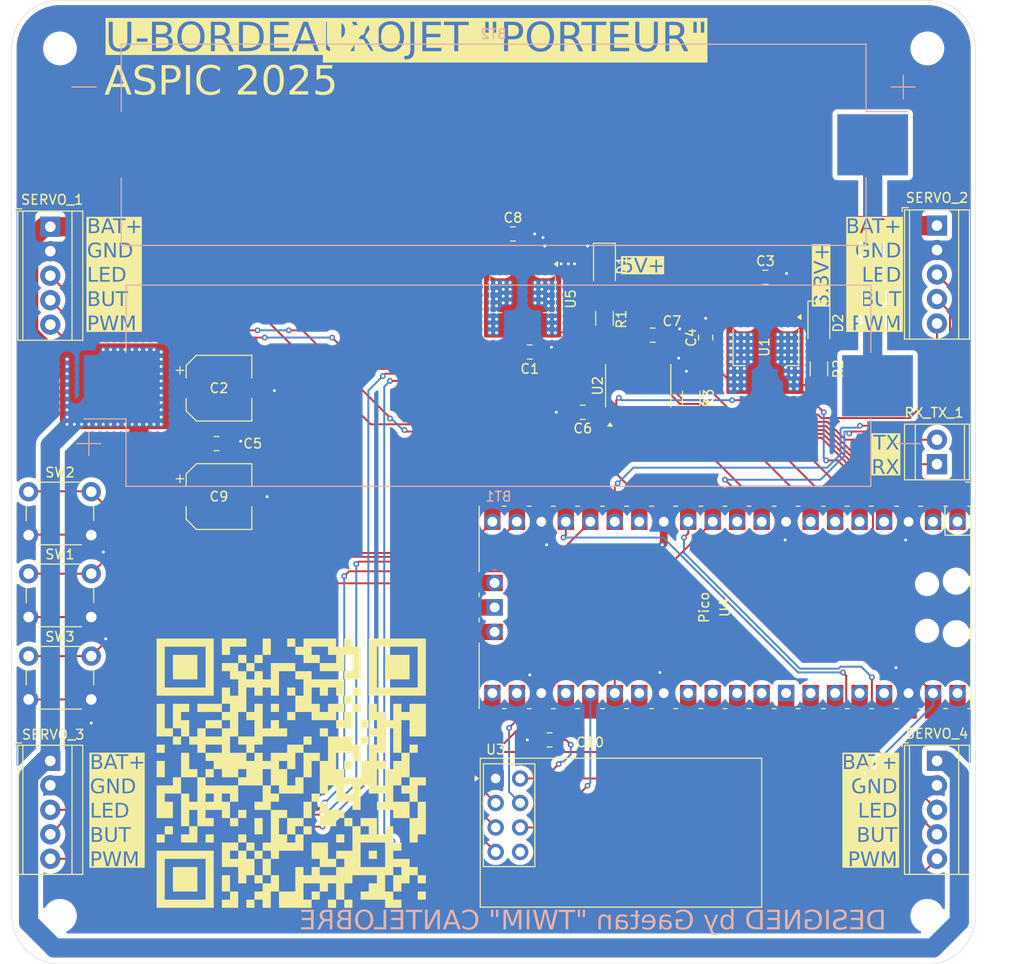
<source format=kicad_pcb>
(kicad_pcb (version 20240108) (generator "pcbnew") (generator_version "8.0")
  (layers (0 "F.Cu" signal) (31 "B.Cu" signal) (34 "B.Paste" user) (35 "F.Paste" user) (36 "B.SilkS" user "B.Silkscreen") (37 "F.SilkS" user "F.Silkscreen") (38 "B.Mask" user) (39 "F.Mask" user) (44 "Edge.Cuts" user))
  (net 0 "")
  (net 1 "3.3V+")
  (net 2 "BAT+")
  (net 3 "GND")
  (net 4 "TX")
  (net 5 "RX")
  (net 6 "PWM_1")
  (net 7 "LED_1")
  (net 8 "BUT_1")
  (net 9 "BUT_2")
  (net 10 "LED_2")
  (net 11 "PWM_2")
  (net 12 "PWM_3")
  (net 13 "BUT_3")
  (net 14 "LED_3")
  (net 15 "PWM_4")
  (net 16 "LED_4")
  (net 17 "BUT_4")
  (net 18 "TEST_1")
  (net 19 "TEST_2")
  (net 20 "TEST_3")
  (net 21 "CE")
  (net 22 "MISO")
  (net 23 "CSN")
  (net 24 "MOSI")
  (net 26 "SCK")
  (net 27 "RX_3.3")
  (net 28 "PWM_1_3v3")
  (net 29 "PWM_3_3v3")
  (net 30 "TX_3.3")
  (net 31 "PWM_4_3v3")
  (net 32 "PWM_2_3v3")
  (net 33 "5V+")
  (net 34 "Net-(BT1--)")
  (net 35 "Net-(D1-A)")
  (net 36 "Net-(D2-A)")
  (net 39 "Net-(U2-OE)")
  (footprint "MountingHole:MountingHole_3mm" (layer "F.Cu") (at 105 55)
    (property "Reference" "H1" (hide yes))
    (property "Value" "MountingHole")
  )
  (footprint "Package_TO_SOT_SMD:SOT-223-3_TabPin2" (layer "F.Cu") (at 153 80.5 -90)
    (property "Reference" "U5")
    (property "Value" "AMS1117")
  )
  (footprint "Capacitor_SMD:CP_Elec_6.3x5.4" (layer "F.Cu") (at 121.5 90.25)
    (property "Reference" "C2")
    (property "Value" "10uf")
  )
  (footprint "RF_Module:nRF24L01_Breakout" (layer "F.Cu") (at 150.21 130.75)
    (property "Reference" "U3")
    (property "Value" "NRF24L01_Breakout")
  )
  (footprint "TerminalBlock_TE-Connectivity:TerminalBlock_TE_282834-5_1x05_P2.54mm_Horizontal" (layer "F.Cu") (at 196 128.92 -90)
    (property "Reference" "SERVO_4")
    (property "Value" "Conn_01x05_Pin")
  )
  (footprint "TerminalBlock_TE-Connectivity:TerminalBlock_TE_282834-5_1x05_P2.54mm_Horizontal" (layer "F.Cu") (at 196 73.38 -90)
    (property "Reference" "SERVO_2")
    (property "Value" "Conn_01x05_Pin")
  )
  (footprint "Capacitor_SMD:C_0805_2012Metric" (layer "F.Cu") (at 166.5 84.75)
    (property "Reference" "C7")
    (property "Value" "1uf")
  )
  (footprint "LOGO" (layer "F.Cu") (at 129 130.2)
    (property "Reference" "G***" (hide yes))
    (property "Value" "LOGO" (hide yes))
  )
  (footprint "pi:RPi_Pico_SMD_TH" (layer "F.Cu") (at 174 113 -90)
    (property "Reference" "U4")
    (property "Value" "Pico")
  )
  (footprint "MountingHole:MountingHole_3mm" (layer "F.Cu") (at 195 145)
    (property "Reference" "H4" (hide yes))
    (property "Value" "MountingHole")
  )
  (footprint "Package_TO_SOT_SMD:SOT-223-3_TabPin2" (layer "F.Cu") (at 178.25 86 -90)
    (property "Reference" "U1")
    (property "Value" "AMS1117")
  )
  (footprint "Resistor_SMD:R_1206_3216Metric" (layer "F.Cu") (at 161.5 83 90)
    (property "Reference" "R1")
    (property "Value" "R")
  )
  (footprint "Resistor_SMD:R_1206_3216Metric" (layer "F.Cu") (at 183.75 88.25 90)
    (property "Reference" "R2")
    (property "Value" "R")
  )
  (footprint "Capacitor_SMD:C_0805_2012Metric" (layer "F.Cu") (at 152 74.25)
    (property "Reference" "C8")
    (property "Value" "1uf")
  )
  (footprint "Diode_SMD:D_1206_3216Metric" (layer "F.Cu") (at 161.5 77.5 -90)
    (property "Reference" "D1")
    (property "Value" "D")
  )
  (footprint "MountingHole:MountingHole_3mm" (layer "F.Cu") (at 105 145)
    (property "Reference" "H3" (hide yes))
    (property "Value" "MountingHole")
  )
  (footprint "Button_Switch_THT:SW_PUSH_6mm" (layer "F.Cu") (at 101.75 118.05)
    (property "Reference" "SW3")
    (property "Value" "SW_Push")
  )
  (footprint "TerminalBlock_TE-Connectivity:TerminalBlock_TE_282834-5_1x05_P2.54mm_Horizontal" (layer "F.Cu") (at 104 128.92 -90)
    (property "Reference" "SERVO_3")
    (property "Value" "Conn_01x05_Pin")
  )
  (footprint "TerminalBlock_TE-Connectivity:TerminalBlock_TE_282834-2_1x02_P2.54mm_Horizontal" (layer "F.Cu") (at 196 98.14 90)
    (property "Reference" "RX_TX_1")
    (property "Value" "Conn_01x02_Pin")
  )
  (footprint "Capacitor_SMD:C_0805_2012Metric" (layer "F.Cu") (at 159.25 92.75 180)
    (property "Reference" "C6")
    (property "Value" "1uf")
  )
  (footprint "TerminalBlock_TE-Connectivity:TerminalBlock_TE_282834-5_1x05_P2.54mm_Horizontal" (layer "F.Cu") (at 104 73.5 -90)
    (property "Reference" "SERVO_1")
    (property "Value" "Conn_01x05_Pin")
  )
  (footprint "Capacitor_SMD:C_0805_2012Metric" (layer "F.Cu") (at 121.25 96)
    (property "Reference" "C5")
    (property "Value" "1uf")
  )
  (footprint "Resistor_SMD:R_1206_3216Metric" (layer "F.Cu") (at 170.5 91.2875 -90)
    (property "Reference" "R3")
    (property "Value" "10k")
  )
  (footprint "Capacitor_SMD:C_0805_2012Metric" (layer "F.Cu") (at 178.2 78.75)
    (property "Reference" "C3")
    (property "Value" "1uf")
  )
  (footprint "Diode_SMD:D_1206_3216Metric" (layer "F.Cu") (at 183.75 83.5 -90)
    (property "Reference" "D2")
    (property "Value" "D")
  )
  (footprint "Button_Switch_THT:SW_PUSH_6mm" (layer "F.Cu") (at 101.75 109.5)
    (property "Reference" "SW1")
    (property "Value" "SW_Push")
  )
  (footprint "Button_Switch_THT:SW_PUSH_6mm" (layer "F.Cu") (at 101.75 101)
    (property "Reference" "SW2")
    (property "Value" "SW_Push")
  )
  (footprint "Capacitor_SMD:C_0805_2012Metric" (layer "F.Cu") (at 172 85 90)
    (property "Reference" "C4" (hide yes))
    (property "Value" "1uf")
  )
  (footprint "Package_SO:TSSOP-20_4.4x6.5mm_P0.65mm" (layer "F.Cu") (at 165 90 90)
    (property "Reference" "U2")
    (property "Value" "TXS0108EPW")
  )
  (footprint "Capacitor_SMD:CP_Elec_6.3x5.4" (layer "F.Cu") (at 121.5 101.5)
    (property "Reference" "C9")
    (property "Value" "10uf")
  )
  (footprint "MountingHole:MountingHole_3mm" (layer "F.Cu") (at 195 55)
    (property "Reference" "H2" (hide yes))
    (property "Value" "MountingHole")
  )
  (footprint "Capacitor_SMD:C_0805_2012Metric" (layer "F.Cu") (at 155.8 126.75)
    (property "Reference" "C10")
    (property "Value" "1uf")
  )
  (footprint "Capacitor_SMD:C_0805_2012Metric" (layer "F.Cu") (at 153.75 86.5)
    (property "Reference" "C1")
    (property "Value" "1uf")
  )
  (footprint "Battery:BatteryHolder_Keystone_1042_1x18650" (layer "B.Cu") (at 150 65 180)
    (property "Reference" "BT2")
    (property "Value" "Battery_Cell")
  )
  (footprint "Battery:BatteryHolder_Keystone_1042_1x18650" (layer "B.Cu") (at 150.5 90)
    (property "Reference" "BT1")
    (property "Value" "Battery_Cell")
  )
  (gr_arc (start 200 145) (mid 198.535534 148.535534) (end 195 150) (stroke (width 0.05)) (layer "Edge.Cuts"))
  (gr_line (start 100 145) (end 100 55) (stroke (width 0.05)) (layer "Edge.Cuts"))
  (gr_line (start 200 55) (end 200 145) (stroke (width 0.05)) (layer "Edge.Cuts"))
  (gr_arc (start 195 50) (mid 198.535534 51.464466) (end 200 55) (stroke (width 0.05)) (layer "Edge.Cuts"))
  (gr_arc (start 105 150) (mid 101.464466 148.535534) (end 100 145) (stroke (width 0.05)) (layer "Edge.Cuts"))
  (gr_arc (start 100 55) (mid 101.464466 51.464466) (end 105 50) (stroke (width 0.05)) (layer "Edge.Cuts"))
  (gr_line (start 105 50) (end 195 50) (stroke (width 0.05)) (layer "Edge.Cuts"))
  (gr_line (start 195 150) (end 105 150) (stroke (width 0.05)) (layer "Edge.Cuts"))
  (gr_text "DESIGNED by Gaetan {dblquote}TWIM{dblquote} CANTELOBRE" (at 190.75 146.75 0) (layer "B.SilkS") (effects (font (size 2 2) (thickness 0.1)) (justify left bottom mirror)))
  (gr_text "BAT+\nGND\nLED\nBUT\nPWM" (at 108.1 140.1 0) (layer "F.SilkS" knockout) (effects (font (size 1.5 1.5) (thickness 0.1)) (justify left bottom)))
  (gr_text "5V+\n" (at 167.75 78.5 0) (layer "F.SilkS" knockout) (effects (font (size 1.5 1.5) (thickness 0.1)) (justify right bottom)))
  (gr_text "PROJET {dblquote}PORTEUR{dblquote}" (at 132.2 55.8 0) (layer "F.SilkS" knockout) (effects (font (size 3 3) (thickness 0.1)) (justify left bottom)))
  (gr_text "TX\nRX" (at 192.1 99.4 0) (layer "F.SilkS" knockout) (effects (font (size 1.5 1.5) (thickness 0.1)) (justify right bottom)))
  (gr_text "3.3V+\n" (at 185 75.25 90) (layer "F.SilkS" knockout) (effects (font (size 1.5 1.5) (thickness 0.1)) (justify right bottom)))
  (gr_text "ASPIC 2025\n" (at 109.6 60.3 0) (layer "F.SilkS") (effects (font (size 3 3) (thickness 0.1)) (justify left bottom)))
  (gr_text "BAT+\nGND\nLED\nBUT\nPWM" (at 107.8 84.5 0) (layer "F.SilkS" knockout) (effects (font (size 1.5 1.5) (thickness 0.1)) (justify left bottom)))
  (gr_text "U-BORDEAUX\n" (at 109.7 55.8 0) (layer "F.SilkS" knockout) (effects (font (size 3 3) (thickness 0.1)) (justify left bottom)))
  (gr_text "BAT+\nGND\nLED\nBUT\nPWM" (at 192.3 84.5 0) (layer "F.SilkS" knockout) (effects (font (size 1.5 1.5) (thickness 0.1)) (justify right bottom)))
  (gr_text "C4" (at 170.5 85 90) (layer "F.SilkS") (effects (font (size 1 1))))
  (gr_text "BAT+\nGND\nLED\nBUT\nPWM" (at 191.9 140.1 0) (layer "F.SilkS" knockout) (effects (font (size 1.5 1.5) (thickness 0.1)) (justify right bottom)))
  (segment (start 184.25 92.75) (end 180.75 89.25) (width 0.2) (layer "F.Cu") (net 1))
  (segment (start 160.2 92.75) (end 161.45 91.5) (width 0.2) (layer "F.Cu") (net 1))
  (segment (start 192.75 119.05) (end 195.59 121.89) (width 0.2) (layer "F.Cu") (net 1))
  (segment (start 163 91.25) (end 162.725 91.525) (width 0.2) (layer "F.Cu") (net 1))
  (segment (start 162.125 91.5) (end 162.725 92.1) (width 0.2) (layer "F.Cu") (net 1))
  (segment (start 192.75 108.65) (end 192.75 119.05) (width 0.2) (layer "F.Cu") (net 1))
  (segment (start 156 130.75) (end 156 130) (width 0.2) (layer "F.Cu") (net 1))
  (segment (start 161.45 91.5) (end 162.125 91.5) (width 0.2) (layer "F.Cu") (net 1))
  (segment (start 152.75 130.75) (end 156 130.75) (width 0.2) (layer "F.Cu") (net 1))
  (segment (start 172 85.95) (end 172 87) (width 0.2) (layer "F.Cu") (net 1))
  (segment (start 178.145406 89.25) (end 175.895406 91.5) (width 0.2) (layer "F.Cu") (net 1))
  (segment (start 172 87) (end 174.25 89.25) (width 0.2) (layer "F.Cu") (net 1))
  (segment (start 184.5 97.75) (end 185.71 97.75) (width 0.2) (layer "F.Cu") (net 1))
  (segment (start 174.25 89.25) (end 178.145406 89.25) (width 0.2) (layer "F.Cu") (net 1))
  (segment (start 180.75 89.25) (end 178.145406 89.25) (width 0.2) (layer "F.Cu") (net 1))
  (segment (start 178.820406 89.925) (end 178.145406 89.25) (width 0.2) (layer "F.Cu") (net 1))
  (segment (start 156 130) (end 156.75 129.25) (width 0.2) (layer "F.Cu") (net 1))
  (segment (start 156 130.75) (end 188 130.75) (width 0.2) (layer "F.Cu") (net 1))
  (segment (start 162.725 92.1) (end 162.725 92.8625) (width 0.2) (layer "F.Cu") (net 1))
  (segment (start 178.145406 82.95) (end 177.8 82.95) (width 0.2) (layer "F.Cu") (net 1))
  (segment (start 188 130.75) (end 188.5 130.25) (width 0.2) (layer "F.Cu") (net 1))
  (segment (start 175.895406 91.5) (end 174.75 91.5) (width 0.2) (layer "F.Cu") (net 1))
  (segment (start 189.36 105.26) (end 192.75 108.65) (width 0.2) (layer "F.Cu") (net 1))
  (segment (start 183.75 89.925) (end 178.820406 89.925) (width 0.2) (layer "F.Cu") (net 1))
  (segment (start 185.71 97.75) (end 189.36 101.4) (width 0.2) (layer "F.Cu") (net 1))
  (segment (start 157.5 126.75) (end 156.75 126.75) (width 0.2) (layer "F.Cu") (net 1))
  (segment (start 162.725 91.525) (end 162.725 92.8625) (width 0.2) (layer "F.Cu") (net 1))
  (segment (start 158 127.25) (end 157.5 126.75) (width 0.2) (layer "F.Cu") (net 1))
  (segment (start 189.36 101.4) (end 189.36 105.26) (width 0.2) (layer "F.Cu") (net 1))
  (segment (start 177.620406 89.775) (end 178.145406 89.25) (width 0.8) (layer "F.Cu") (net 1))
  (via (at 181.6 87.5) (size 0.6) (drill 0.3) (layers "F.Cu" "B.Cu") (net 1))
  (via (at 188.5 130.25) (size 0.6) (drill 0.3) (layers "F.Cu" "B.Cu") (net 1))
  (via (at 176 86.1) (size 0.6) (drill 0.3) (layers "F.Cu" "B.Cu") (net 1))
  (via (at 176.7 86.1) (size 0.6) (drill 0.3) (layers "F.Cu" "B.Cu") (net 1))
  (via (at 179.5 84.7) (size 0.6) (drill 0.3) (layers "F.Cu" "B.Cu") (net 1))
  (via (at 180.3 88.8) (size 0.6) (drill 0.3) (layers "F.Cu" "B.Cu") (net 1))
  (via (at 180.9 86.8) (size 0.6) (drill 0.3) (layers "F.Cu" "B.Cu") (net 1))
  (via (at 175.3 86.8) (size 0.6) (drill 0.3) (layers "F.Cu" "B.Cu") (net 1))
  (via (at 179.5 85.4) (size 0.6) (drill 0.3) (layers "F.Cu" "B.Cu") (net 1))
  (via (at 180.2 84.7) (size 0.6) (drill 0.3) (layers "F.Cu" "B.Cu") (net 1))
  (via (at 180.2 86.1) (size 0.6) (drill 0.3) (layers "F.Cu" "B.Cu") (net 1))
  (via (at 174.6 88.2) (size 0.6) (drill 0.3) (layers "F.Cu" "B.Cu") (net 1))
  (via (at 180.9 87.5) (size 0.6) (drill 0.3) (layers "F.Cu" "B.Cu") (net 1))
  (via (at 156.75 129.25) (size 0.6) (drill 0.3) (layers "F.Cu" "B.Cu") (net 1))
  (via (at 181.6 84.7) (size 0.6) (drill 0.3) (layers "F.Cu" "B.Cu") (net 1))
  (via (at 174.6 89.6) (size 0.6) (drill 0.3) (layers "F.Cu" "B.Cu") (net 1))
  (via (at 180.9 88.2) (size 0.6) (drill 0.3) (layers "F.Cu" "B.Cu") (net 1))
  (via (at 175.3 89.6) (size 0.6) (drill 0.3) (layers "F.Cu" "B.Cu") (net 1))
  (via (at 176.7 87.5) (size 0.6) (drill 0.3) (layers "F.Cu" "B.Cu") (net 1))
  (via (at 181.5 90.3) (size 0.6) (drill 0.3) (layers "F.Cu" "B.Cu") (net 1))
  (via (at 180.9 85.4) (size 0.6) (drill 0.3) (layers "F.Cu" "B.Cu") (net 1))
  (via (at 181.6 88.9) (size 0.6) (drill 0.3) (layers "F.Cu" "B.Cu") (net 1))
  (via (at 175.3 90.3) (size 0.6) (drill 0.3) (layers "F.Cu" "B.Cu") (net 1))
  (via (at 181.6 86.1) (size 0.6) (drill 0.3) (layers "F.Cu" "B.Cu") (net 1))
  (via (at 181.5 89.6) (size 0.6) (drill 0.3) (layers "F.Cu" "B.Cu") (net 1))
  (via (at 176 87.5) (size 0.6) (drill 0.3) (layers "F.Cu" "B.Cu") (net 1))
  (via (at 174.6 90.3) (size 0.6) (drill 0.3) (layers "F.Cu" "B.Cu") (net 1))
  (via (at 174.75 91.5) (size 0.6) (drill 0.3) (layers "F.Cu" "B.Cu") (net 1))
  (via (at 184.5 97.75) (size 0.6) (drill 0.3) (layers "F.Cu" "B.Cu") (net 1))
  (via (at 180.9 84.7) (size 0.6) (drill 0.3) (layers "F.Cu" "B.Cu") (net 1))
  (via (at 176 85.4) (size 0.6) (drill 0.3) (layers "F.Cu" "B.Cu") (net 1))
  (via (at 176 88.9) (size 0.6) (drill 0.3) (layers "F.Cu" "B.Cu") (net 1))
  (via (at 176.7 85.4) (size 0.6) (drill 0.3) (layers "F.Cu" "B.Cu") (net 1))
  (via (at 176 90.3) (size 0.6) (drill 0.3) (layers "F.Cu" "B.Cu") (net 1))
  (via (at 174.6 88.9) (size 0.6) (drill 0.3) (layers "F.Cu" "B.Cu") (net 1))
  (via (at 180.2 87.5) (size 0.6) (drill 0.3) (layers "F.Cu" "B.Cu") (net 1))
  (via (at 174.6 87.5) (size 0.6) (drill 0.3) (layers "F.Cu" "B.Cu") (net 1))
  (via (at 181.6 88.2) (size 0.6) (drill 0.3) (layers "F.Cu" "B.Cu") (net 1))
  (via (at 180.3 88.1) (size 0.6) (drill 0.3) (layers "F.Cu" "B.Cu") (net 1))
  (via (at 184.25 92.75) (size 0.6) (drill 0.3) (layers "F.Cu" "B.Cu") (net 1))
  (via (at 176.7 84.7) (size 0.6) (drill 0.3) (layers "F.Cu" "B.Cu") (net 1))
  (via (at 181.6 86.8) (size 0.6) (drill 0.3) (layers "F.Cu" "B.Cu") (net 1))
  (via (at 180.8 90.3) (size 0.6) (drill 0.3) (layers "F.Cu" "B.Cu") (net 1))
  (via (at 175.3 84.7) (size 0.6) (drill 0.3) (layers "F.Cu" "B.Cu") (net 1))
  (via (at 180.8 89.6) (size 0.6) (drill 0.3) (layers "F.Cu" "B.Cu") (net 1))
  (via (at 179.5 86.8) (size 0.6) (drill 0.3) (layers "F.Cu" "B.Cu") (net 1))
  (via (at 175.3 87.5) (size 0.6) (drill 0.3) (layers "F.Cu" "B.Cu") (net 1))
  (via (at 175.3 88.9) (size 0.6) (drill 0.3) (layers "F.Cu" "B.Cu") (net 1))
  (via (at 179.5 86.1) (size 0.6) (drill 0.3) (layers "F.Cu" "B.Cu") (net 1))
  (via (at 176.7 86.8) (size 0.6) (drill 0.3) (layers "F.Cu" "B.Cu") (net 1))
  (via (at 174.6 86.8) (size 0.6) (drill 0.3) (layers "F.Cu" "B.Cu") (net 1))
  (via (at 180.9 86.1) (size 0.6) (drill 0.3) (layers "F.Cu" "B.Cu") (net 1))
  (via (at 158 127.25) (size 0.6) (drill 0.3) (layers "F.Cu" "B.Cu") (net 1))
  (via (at 180.2 85.4) (size 0.6) (drill 0.3) (layers "F.Cu" "B.Cu") (net 1))
  (via (at 176 89.6) (size 0.6) (drill 0.3) (layers "F.Cu" "B.Cu") (net 1))
  (via (at 181.6 85.4) (size 0.6) (drill 0.3) (layers "F.Cu" "B.Cu") (net 1))
  (via (at 176 88.2) (size 0.6) (drill 0.3) (layers "F.Cu" "B.Cu") (net 1))
  (via (at 163 91.25) (size 0.6) (drill 0.3) (layers "F.Cu" "B.Cu") (net 1))
  (via (at 180.2 86.8) (size 0.6) (drill 0.3) (layers "F.Cu" "B.Cu") (net 1))
  (via (at 176 84.7) (size 0.6) (drill 0.3) (layers "F.Cu" "B.Cu") (net 1))
  (via (at 174.6 84.7) (size 0.6) (drill 0.3) (layers "F.Cu" "B.Cu") (net 1))
  (via (at 175.3 86.1) (size 0.6) (drill 0.3) (layers "F.Cu" "B.Cu") (net 1))
  (via (at 175.3 88.2) (size 0.6) (drill 0.3) (layers "F.Cu" "B.Cu") (net 1))
  (via (at 174.6 86.1) (size 0.6) (drill 0.3) (layers "F.Cu" "B.Cu") (net 1))
  (via (at 175.3 85.4) (size 0.6) (drill 0.3) (layers "F.Cu" "B.Cu") (net 1))
  (via (at 174.6 85.4) (size 0.6) (drill 0.3) (layers "F.Cu" "B.Cu") (net 1))
  (via (at 179.5 87.5) (size 0.6) (drill 0.3) (layers "F.Cu" "B.Cu") (net 1))
  (via (at 180.9 88.9) (size 0.6) (drill 0.3) (layers "F.Cu" "B.Cu") (net 1))
  (via (at 176 86.8) (size 0.6) (drill 0.3) (layers "F.Cu" "B.Cu") (net 1))
  (segment (start 184.25 97.5) (end 184.5 97.75) (width 0.2) (layer "B.Cu") (net 1))
  (segment (start 174.75 91.5) (end 163.25 91.5) (width 0.2) (layer "B.Cu") (net 1))
  (segment (start 195.59 123.16) (end 195.59 121.89) (width 0.2) (layer "B.Cu") (net 1))
  (segment (start 158 128.25) (end 157.25 129) (width 0.2) (layer "B.Cu") (net 1))
  (segment (start 157.25 129) (end 157 129) (width 0.2) (layer "B.Cu") (net 1))
  (segment (start 158 127.25) (end 158 128.25) (width 0.2) (layer "B.Cu") (net 1))
  (segment (start 184.25 92.75) (end 184.25 97.5) (width 0.2) (layer "B.Cu") (net 1))
  (segment (start 157 129) (end 156.75 129.25) (width 0.2) (layer "B.Cu") (net 1))
  (segment (start 163.25 91.5) (end 163 91.25) (width 0.2) (layer "B.Cu") (net 1))
  (segment (start 188.5 130.25) (end 195.59 123.16) (width 0.2) (layer "B.Cu") (net 1))
  (segment (start 101.75 75.108019) (end 101.75 84.591981) (width 2) (layer "F.Cu") (net 2))
  (segment (start 175.95 80.304594) (end 175.95 82.85) (width 2) (layer "F.Cu") (net 2))
  (segment (start 115.5 92.25) (end 115.5 90.25) (width 0.8) (layer "F.Cu") (net 2))
  (segment (start 119.25 96) (end 115.5 92.25) (width 0.8) (layer "F.Cu") (net 2))
  (segment (start 118.7 101.5) (end 113.2 96) (width 2) (layer "F.Cu") (net 2))
  (segment (start 104 73.5) (end 103.358019 73.5) (width 2) (layer "F.Cu") (net 2))
  (segment (start 120.3 96) (end 119.25 96) (width 0.8) (layer "F.Cu") (net 2))
  (segment (start 182.5 73.38) (end 181.12 72) (width 2) (layer "F.Cu") (net 2))
  (segment (start 177.25 72) (end 152 72) (width 2) (layer "F.Cu") (net 2))
  (segment (start 152 72) (end 150.7 73.3) (width 2) (layer "F.Cu") (net 2))
  (segment (start 175.845406 80.2) (end 175.95 80.304594) (width 2) (layer "F.Cu") (net 2))
  (segment (start 181.12 72) (end 177.25 72) (width 2) (layer "F.Cu") (net 2))
  (segment (start 105.908019 88.75) (end 109 88.75) (width 2) (layer "F.Cu") (net 2))
  (segment (start 177.25 72) (end 177.25 78.75) (width 2) (layer "F.Cu") (net 2))
  (segment (start 118.7 90.25) (end 115.5 90.25) (width 2) (layer "F.Cu") (net 2))
  (segment (start 113.2 96) (end 113.2 92.1) (width 2) (layer "F.Cu") (net 2))
  (segment (start 101.75 84.591981) (end 105.908019 88.75) (width 2) (layer "F.Cu") (net 2))
  (segment (start 177.195406 78.85) (end 175.845406 80.2) (width 2) (layer "F.Cu") (net 2))
  (segment (start 150.7 73.3) (end 150.7 77.35) (width 2) (layer "F.Cu") (net 2))
  (segment (start 150.7 77.35) (end 146.85 73.5) (width 2) (layer "F.Cu") (net 2))
  (segment (start 175.845406 82.745406) (end 175.95 82.85) (width 0.8) (layer "F.Cu") (net 2))
  (segment (start 103.358019 73.5) (end 101.75 75.108019) (width 2) (layer "F.Cu") (net 2))
  (segment (start 146.85 73.5) (end 104 73.5) (width 2) (layer "F.Cu") (net 2))
  (segment (start 182.5 73.38) (end 196 73.38) (width 2) (layer "F.Cu") (net 2))
  (via (at 109.5 86.25) (size 0.6) (drill 0.3) (layers "F.Cu" "B.Cu") (net 2))
  (via (at 114.75 86.25) (size 0.6) (drill 0.3) (layers "F.Cu" "B.Cu") (net 2))
  (via (at 108 94) (size 0.6) (drill 0.3) (layers "F.Cu" "B.Cu") (net 2))
  (via (at 105.75 88) (size 0.6) (drill 0.3) (layers "F.Cu" "B.Cu") (net 2))
  (via (at 107.25 94) (size 0.6) (drill 0.3) (layers "F.Cu" "B.Cu") (net 2))
  (via (at 105.75 87.25) (size 0.6) (drill 0.3) (layers "F.Cu" "B.Cu") (net 2))
  (via (at 111 86.25) (size 0.6) (drill 0.3) (layers "F.Cu" "B.Cu") (net 2))
  (via (at 110.25 86.25) (size 0.6) (drill 0.3) (layers "F.Cu" "B.Cu") (net 2))
  (via (at 105.75 89.5) (size 0.6) (drill 0.3) (layers "F.Cu" "B.Cu") (net 2))
  (via (at 111 94) (size 0.6) (drill 0.3) (layers "F.Cu" "B.Cu") (net 2))
  (via (at 105.75 94) (size 0.6) (drill 0.3) (layers "F.Cu" "B.Cu") (net 2))
  (via (at 105.75 91) (size 0.6) (drill 0.3) (layers "F.Cu" "B.Cu") (net 2))
  (via (at 105.75 88.75) (size 0.6) (drill 0.3) (layers "F.Cu" "B.Cu") (net 2))
  (via (at 115.5 88.75) (size 0.6) (drill 0.3) (layers "F.Cu" "B.Cu") (net 2))
  (via (at 114.75 94) (size 0.6) (drill 0.3) (layers "F.Cu" "B.Cu") (net 2))
  (via (at 112.5 94) (size 0.6) (drill 0.3) (layers "F.Cu" "B.Cu") (net 2))
  (via (at 114 94) (size 0.6) (drill 0.3) (layers "F.Cu" "B.Cu") (net 2))
  (via (at 115.5 94) (size 0.6) (drill 0.3) (layers "F.Cu" "B.Cu") (net 2))
  (via (at 115.5 87.25) (size 0.6) (drill 0.3) (layers "F.Cu" "B.Cu") (net 2))
  (via (at 112.5 86.25) (size 0.6) (drill 0.3) (layers "F.Cu" "B.Cu") (net 2))
  (via (at 105.75 90.25) (size 0.6) (drill 0.3) (layers "F.Cu" "B.Cu") (net 2))
  (via (at 115.5 92.5) (size 0.6) (drill 0.3) (layers "F.Cu" "B.Cu") (net 2))
  (via (at 115.5 91.75) (size 0.6) (drill 0.3) (layers "F.Cu" "B.Cu") (net 2))
  (via (at 115.5 88) (size 0.6) (drill 0.3) (layers "F.Cu" "B.Cu") (net 2))
  (via (at 106.5 94) (size 0.6) (drill 0.3) (layers "F.Cu" "B.Cu") (net 2))
  (via (at 111.75 86.25) (size 0.6) (drill 0.3) (layers "F.Cu" "B.Cu") (net 2))
  (via (at 108.75 94) (size 0.6) (drill 0.3) (layers "F.Cu" "B.Cu") (net 2))
  (via (at 114 86.25) (size 0.6) (drill 0.3) (layers "F.Cu" "B.Cu") (net 2))
  (via (at 109.5 94) (size 0.6) (drill 0.3) (layers "F.Cu" "B.Cu") (net 2))
  (via (at 115.5 93.25) (size 0.6) (drill 0.3) (layers "F.Cu" "B.Cu") (net 2))
  (via (at 115.5 91) (size 0.6) (drill 0.3) (layers "F.Cu" "B.Cu") (net 2))
  (via (at 105.75 91.75) (size 0.6) (drill 0.3) (layers "F.Cu" "B.Cu") (net 2))
  (via (at 113.25 94) (size 0.6) (drill 0.3) (layers "F.Cu" "B.Cu") (net 2))
  (via (at 115.5 90.25) (size 0.6) (drill 0.3) (layers "F.Cu" "B.Cu") (net 2))
  (via (at 105.75 92.5) (size 0.6) (drill 0.3) (layers "F.Cu" "B.Cu") (net 2))
  (via (at 110.25 94) (size 0.6) (drill 0.3) (layers "F.Cu" "B.Cu") (net 2))
  (via (at 115.5 86.5) (size 0.6) (drill 0.3) (layers "F.Cu" "B.Cu") (net 2))
  (via (at 111.75 94) (size 0.6) (drill 0.3) (layers "F.Cu" "B.Cu") (net 2))
  (via (at 105.75 93.25) (size 0.6) (drill 0.3) (layers "F.Cu" "B.Cu") (net 2))
  (via (at 113.25 86.25) (size 0.6) (drill 0.3) (layers "F.Cu" "B.Cu") (net 2))
  (via (at 115.5 89.5) (size 0.6) (drill 0.3) (layers "F.Cu" "B.Cu") (net 2))
  (segment (start 110.67 90) (end 110.67 89.75) (width 2) (layer "B.Cu") (net 2))
  (segment (start 198.318914 145.603438) (end 195.588206 148.334146) (width 2) (layer "B.Cu") (net 2))
  (segment (start 104 96.175) (end 104 128.92) (width 2) (layer "B.Cu") (net 2))
  (segment (start 101.75 130.528019) (end 103.358019 128.92) (width 2) (layer "B.Cu") (net 2))
  (segment (start 110.67 90) (end 110.175 90) (width 2) (layer "B.Cu") (net 2))
  (segment (start 110.175 90) (end 104 96.175) (width 2) (layer "B.Cu") (net 2))
  (segment (start 104.411794 148.334146) (end 101.75 145.672352) (width 2) (layer "B.Cu") (net 2))
  (segment (start 196.92 128.92) (end 198.318914 130.318914) (width 2) (layer "B.Cu") (net 2))
  (segment (start 196 128.92) (end 196.92 128.92) (width 2) (layer "B.Cu") (net 2))
  (segment (start 195.588206 148.334146) (end 104.411794 148.334146) (width 2) (layer "B.Cu") (net 2))
  (segment (start 198.318914 130.318914) (end 198.318914 145.603438) (width 2) (layer "B.Cu") (net 2))
  (segment (start 103.358019 128.92) (end 104 128.92) (width 2) (layer "B.Cu") (net 2))
  (segment (start 110.67 90) (end 110.34 90) (width 2) (layer "B.Cu") (net 2))
  (segment (start 101.75 145.672352) (end 101.75 130.528019) (width 2) (layer "B.Cu") (net 2))
  (segment (start 154.25 74.25) (end 154.75 74.25) (width 0.8) (layer "F.Cu") (net 3))
  (segment (start 155.3 74.8) (end 155.3 75.5) (width 0.8) (layer "F.Cu") (net 3))
  (segment (start 154.95 104.11) (end 154.95 105.95) (width 0.8) (layer "F.Cu") (net 3))
  (segment (start 170.5 89.825) (end 170.5 89) (width 0.2) (layer "F.Cu") (net 3))
  (segment (start 154.95 105.95) (end 155.5 106.5) (width 0.8) (layer "F.Cu") (net 3))
  (segment (start 155.125 74.625) (end 155.3 74.8) (width 0.8) (layer "F.Cu") (net 3))
  (segment (start 167.65 106.35) (end 167.5 106.5) (width 0.8) (layer "F.Cu") (net 3))
  (segment (start 169.2 87.1375) (end 167.925 87.1375) (width 0.2) (layer "F.Cu") (net 3))
  (segment (start 157 77.35) (end 157.75 77.35) (width 0.8) (layer "F.Cu") (net 3))
  (segment (start 154.7 86.5) (end 155.5 86.5) (width 0.2) (layer "F.Cu") (net 3))
  (segment (start 179.895406 78.85) (end 180.395406 78.35) (width 0.8) (layer "F.Cu") (net 3))
  (segment (start 109.75 115.75) (end 109.75 116.25) (width 0.2) (layer "F.Cu") (net 3))
  (segment (start 180.35 104.11) (end 180.35 105.9) (width 0.8) (layer "F.Cu") (net 3))
  (segment (start 123.5 96) (end 123.75 95.75) (width 0.8) (layer "F.Cu") (net 3))
  (segment (start 108 105.45) (end 101.5 105.45) (width 0.2) (layer "F.Cu") (net 3))
  (segment (start 108 114) (end 109.75 115.75) (width 0.2) (layer "F.Cu") (net 3))
  (segment (start 158.3 92.75) (end 156.5 92.75) (width 0.8) (layer "F.Cu") (net 3))
  (segment (start 155.3 77.35) (end 157 77.35) (width 0.8) (layer "F.Cu") (net 3))
  (segment (start 161.5 76.1) (end 160.35 76.1) (width 0.2) (layer "F.Cu") (net 3))
  (segment (start 153.2 74) (end 152.95 74.25) (width 0.8) (layer "F.Cu") (net 3))
  (segment (start 155.3 75.5) (end 155.3 77.35) (width 0.8) (layer "F.Cu") (net 3))
  (segment (start 180.445406 80.2) (end 180.445406 82.95) (width 0.8) (layer "F.Cu") (net 3))
  (segment (start 168.65 84.75) (end 169.3 84.1) (width 0.8) (layer "F.Cu") (net 3))
  (segment (start 124.3 90.25) (end 127 90.25) (width 0.8) (layer "F.Cu") (net 3))
  (segment (start 154.95 121.89) (end 154.95 121.2) (width 0.8) (layer "F.Cu") (net 3))
  (segment (start 108 124.75) (end 108.25 125) (width 0.2) (layer "F.Cu") (net 3))
  (segment (start 108 122.55) (end 108 124.75) (width 0.2) (layer "F.Cu") (net 3))
  (segment (start 183.75 82.0625) (end 183.75 80.75) (width 0.8) (layer "F.Cu") (net 3))
  (segment (start 124.3 101.5) (end 126.5 101.5) (width 2) (layer "F.Cu") (net 3))
  (segment (start 152.95 74.25) (end 154.25 74.25) (width 0.8) (layer "F.Cu") (net 3))
  (segment (start 160.35 76.1) (end 159.75 75.5) (width 0.2) (layer "F.Cu") (net 3))
  (segment (start 193.05 120.55) (end 191.75 119.25) (width 0.8) (layer "F.Cu") (net 3))
  (segment (start 167.45 84.75) (end 168.65 84.75) (width 0.8) (layer "F.Cu") (net 3))
  (segment (start 193.05 105.7) (end 192.75 106) (width 0.8) (layer "F.Cu") (net 3))
  (segment (start 157.75 77.35) (end 158.4 77.35) (width 0.8) (layer "F.Cu") (net 3))
  (segment (start 150.21 130.75) (end 150.21 130.04) (width 0.2) (layer "F.Cu") (net 3))
  (segment (start 122.2 96) (end 123.5 96) (width 0.8) (layer "F.Cu") (net 3))
  (segment (start 172 84.05) (end 172 83) (width 0.2) (layer "F.Cu") (net 3))
  (segment (start 108 105.45) (end 109.5 106.95) (width 0.2) (layer "F.Cu") (net 3))
  (segment (start 193.05 121.89) (end 193.05 120.55) (width 0.8) (layer "F.Cu") (net 3))
  (segment (start 127 90.25) (end 127.25 90.5) (width 0.8) (layer "F.Cu") (net 3))
  (segment (start 154.85 126.75) (end 153.5 126.75) (width 0.2) (layer "F.Cu") (net 3))
  (segment (start 167.65 121.89) (end 167.65 120.15) (width 0.8) (layer "F.Cu") (net 3))
  (segment (start 108 114) (end 101.5 114) (width 0.2) (layer "F.Cu") (net 3))
  (segment (start 158.5 77.25) (end 158.4 77.35) (width 0.8) (layer "F.Cu") (net 3))
  (segment (start 179.095406 78.85) (end 179.895406 78.85) (width 0.8) (layer "F.Cu") (net 3))
  (segment (start 154.75 74.25) (end 155.125 74.625) (width 0.8) (layer "F.Cu") (net 3))
  (segment (start 170.5 89) (end 170 88.5) (width 0.2) (layer "F.Cu") (net 3))
  (segment (start 179.095406 78.85) (end 180.445406 80.2) (width 0.8) (layer "F.Cu") (net 3))
  (segment (start 109.5 106.95) (end 109.5 107.25) (width 0.2) (layer "F.Cu") (net 3))
  (segment (start 155.5 86.5) (end 156 86) (width 0.2) (layer "F.Cu") (net 3))
  (segment (start 167.65 104.11) (end 167.65 106.35) (width 0.8) (layer "F.Cu") (net 3))
  (segment (start 154.95 121.2) (end 153.75 120) (width 0.8) (layer "F.Cu") (net 3))
  (segment (start 193.05 104.11) (end 193.05 105.7) (width 0.8) (layer "F.Cu") (net 3))
  (segment (start 180.35 105.9) (end 180.25 106) (width 0.8) (layer "F.Cu") (net 3))
  (segment (start 108 122.55) (end 101.5 122.55) (width 0.2) (layer "F.Cu") (net 3))
  (segment (start 167.65 120.15) (end 167.25 119.75) (width 0.8) (layer "F.Cu") (net 3))
  (via (at 155.5 106.5) (size 0.6) (drill 0.3) (layers "F.Cu" "B.Cu") (net 3))
  (via (at 123.75 95.75) (size 0.6) (drill 0.3) (layers "F.Cu" "B.Cu") (net 3))
  (via (at 109.75 116.25) (size 0.6) (drill 0.3) (layers "F.Cu" "B.Cu") (net 3))
  (via (at 191.75 119.25) (size 0.6) (drill 0.3) (layers "F.Cu" "B.Cu") (net 3))
  (via (at 157.75 77.35) (size 0.6) (drill 0.3) (layers "F.Cu" "B.Cu") (net 3))
  (via (at 157 77.35) (size 0.6) (drill 0.3) (layers "F.Cu" "B.Cu") (net 3))
  (via (at 180.25 106) (size 0.6) (drill 0.3) (layers "F.Cu" "B.Cu") (net 3))
  (via (at 158.4 77.35) (size 0.6) (drill 0.3) (layers "F.Cu" "B.Cu") (net 3))
  (via (at 172 83) (size 0.6) (drill 0.3) (layers "F.Cu" "B.Cu") (net 3))
  (via (at 155.3 75.5) (size 0.6) (drill 0.3) (layers "F.Cu" "B.Cu") (net 3))
  (via (at 167.5 106.5) (size 0.6) (drill 0.3) (layers "F.Cu" "B.Cu") (net 3))
  (via (at 155.125 74.625) (size 0.6) (drill 0.3) (layers "F.Cu" "B.Cu") (net 3))
  (via (at 156.5 92.75) (size 0.6) (drill 0.3) (layers "F.Cu" "B.Cu") (net 3))
  (via (at 154.25 74.25) (size 0.6) (drill 0.3) (layers "F.Cu" "B.Cu") (net 3))
  (via (at 126.5 101.5) (size 0.6) (drill 0.3) (layers "F.Cu" "B.Cu") (net 3))
  (via (at 167.25 119.75) (size 0.6) (drill 0.3) (layers "F.Cu" "B.Cu") (net 3))
  (via (at 153.5 126.75) (size 0.6) (drill 0.3) (layers "F.Cu" "B.Cu") (net 3))
  (via (at 159.75 75.5) (size 0.6) (drill 0.3) (layers "F.Cu" "B.Cu") (net 3))
  (via (at 192.75 106) (size 0.6) (drill 0.3) (layers "F.Cu" "B.Cu") (net 3))
  (via (at 127.25 90.5) (size 0.6) (drill 0.3) (layers "F.Cu" "B.Cu") (net 3))
  (via (at 183.75 80.75) (size 0.6) (drill 0.3) (layers "F.Cu" "B.Cu") (net 3))
  (via (at 170 88.5) (size 0.6) (drill 0.3) (layers "F.Cu" "B.Cu") (net 3))
  (via (at 180.395406 78.35) (size 0.6) (drill 0.3) (layers "F.Cu" "B.Cu") (net 3))
  (via (at 169.2 87.1375) (size 0.6) (drill 0.3) (layers "F.Cu" "B.Cu") (net 3))
  (via (at 153.75 120) (size 0.6) (drill 0.3) (layers "F.Cu" "B.Cu") (net 3))
  (via (at 109.5 107.25) (size 0.6) (drill 0.3) (layers "F.Cu" "B.Cu") (net 3))
  (via (at 169.3 84.1) (size 0.6) (drill 0.3) (layers "F.Cu" "B.Cu") (net 3))
  (via (at 156 86) (size 0.6) (drill 0.3) (layers "F.Cu" "B.Cu") (net 3))
  (via (at 108.25 125) (size 0.6) (drill 0.3) (layers "F.Cu" "B.Cu") (net 3))
  (segment (start 186.481372 95.6) (end 196 95.6) (width 0.2) (layer "F.Cu") (net 4))
  (segment (start 169.669044 91.4875) (end 171.52543 91.4875) (width 0.2) (layer "F.Cu") (net 4))
  (segment (start 173.78793 93.75) (end 184.631372 93.75) (width 0.2) (layer "F.Cu") (net 4))
  (segment (start 171.52543 91.4875) (end 173.78793 93.75) (width 0.2) (layer "F.Cu") (net 4))
  (segment (start 165.975 87.793456) (end 169.669044 91.4875) (width 0.2) (layer "F.Cu") (net 4))
  (segment (start 184.631372 93.75) (end 186.481372 95.6) (width 0.2) (layer "F.Cu") (net 4))
  (segment (start 165.975 87.1375) (end 165.975 87.793456) (width 0.2) (layer "F.Cu") (net 4))
  (segment (start 171.675 93.297244) (end 172.577756 94.2) (width 0.2) (layer "F.Cu") (net 5))
  (segment (start 172.577756 94.2) (end 184.515686 94.2) (width 0.2) (layer "F.Cu") (net 5))
  (segment (start 171.675 92.202756) (end 171.675 93.297244) (width 0.2) (layer "F.Cu") (net 5))
  (segment (start 169.305956 91.855955) (end 169.305956 91.8875) (width 0.2) (layer "F.Cu") (net 5))
  (segment (start 184.515686 94.2) (end 188.455686 98.14) (width 0.2) (layer "F.Cu") (net 5))
  (segment (start 171.359744 91.8875) (end 171.675 92.202756) (width 0.2) (layer "F.Cu") (net 5))
  (segment (start 165.325 87.874999) (end 169.305956 91.855955) (width 0.2) (layer "F.Cu") (net 5))
  (segment (start 169.305956 91.8875) (end 171.359744 91.8875) (width 0.2) (layer "F.Cu") (net 5))
  (segment (start 188.455686 98.14) (end 196 98.14) (width 0.2) (layer "F.Cu") (net 5))
  (segment (start 165.325 87.1375) (end 165.325 87.874999) (width 0.2) (layer "F.Cu") (net 5))
  (segment (start 134.771728 86.521728) (end 134.771728 87.75) (width 0.2) (layer "F.Cu") (net 6))
  (segment (start 135.271728 88.25) (end 134.771728 87.75) (width 0.2) (layer "F.Cu") (net 6))
  (segment (start 160.828272 87.75) (end 160.328272 88.25) (width 0.2) (layer "F.Cu") (net 6))
  (segment (start 125 85) (end 126.25 85) (width 0.2) (layer "F.Cu") (net 6))
  (segment (start 160.328272 88.25) (end 135.271728 88.25) (width 0.2) (layer "F.Cu") (net 6))
  (segment (start 162.075 87.1375) (end 162.075 86.481544) (width 0.2) (layer "F.Cu") (net 6))
  (segment (start 105.34 85) (end 125 85) (width 0.2) (layer "F.Cu") (net 6))
  (segment (start 133.25 85) (end 134.771728 86.521728) (width 0.2) (layer "F.Cu") (net 6))
  (segment (start 162.075 86.481544) (end 160.806544 87.75) (width 0.2) (layer "F.Cu") (net 6))
  (segment (start 104 83.66) (end 105.34 85) (width 0.2) (layer "F.Cu") (net 6))
  (via (at 133.25 85) (size 0.6) (drill 0.3) (layers "F.Cu" "B.Cu") (net 6))
  (via (at 126.25 85) (size 0.6) (drill 0.3) (layers "F.Cu" "B.Cu") (net 6))
  (segment (start 126.25 85) (end 133.25 85) (width 0.2) (layer "B.Cu") (net 6))
  (segment (start 164.15 97.4) (end 161 94.25) (width 0.2) (layer "F.Cu") (net 7))
  (segment (start 106.02 80.6) (end 104 78.58) (width 0.2) (layer "F.Cu") (net 7))
  (segment (start 161 94.25) (end 160.75 94.25) (width 0.2) (layer "F.Cu") (net 7))
  (segment (start 177.81 104.11) (end 177.81 102.55) (width 0.2) (layer "F.Cu") (net 7))
  (segment (start 177.81 102.55) (end 172.66 97.4) (width 0.2) (layer "F.Cu") (net 7))
  (segment (start 137.25 94) (end 123.85 80.6) (width 0.2) (layer "F.Cu") (net 7))
  (segment (start 160.75 94.25) (end 160.5 94) (width 0.2) (layer "F.Cu") (net 7))
  (segment (start 172.66 97.4) (end 164.15 97.4) (width 0.2) (layer "F.Cu") (net 7))
  (segment (start 160.5 94) (end 137.25 94) (width 0.2) (layer "F.Cu") (net 7))
  (segment (start 123.85 80.6) (end 106.02 80.6) (width 0.2) (layer "F.Cu") (net 7))
  (segment (start 128.75 84.25) (end 130 84.25) (width 0.2) (layer "F.Cu") (net 8))
  (segment (start 139.25 93.325) (end 130.0875 84.1625) (width 0.2) (layer "F.Cu") (net 8))
  (segment (start 165.11 101.511471) (end 165.11 104.11) (width 0.2) (layer "F.Cu") (net 8))
  (segment (start 140.9 94.75) (end 158.348529 94.75) (width 0.2) (layer "F.Cu") (net 8))
  (segment (start 130 84.25) (end 130.0875 84.1625) (width 0.2) (layer "F.Cu") (net 8))
  (segment (start 139.25 93.4) (end 139.25 93.325) (width 0.2) (layer "F.Cu") (net 8))
  (segment (start 107.13 84.25) (end 125.5 84.25) (width 0.2) (layer "F.Cu") (net 8))
  (segment (start 158.348529 94.75) (end 165.11 101.511471) (width 0.2) (layer "F.Cu") (net 8))
  (segment (start 140.75 94.6) (end 140.9 94.75) (width 0.2) (layer "F.Cu") (net 8))
  (segment (start 104 81.12) (end 107.13 84.25) (width 0.2) (layer "F.Cu") (net 8))
  (via (at 140.75 94.6) (size 0.6) (drill 0.3) (layers "F.Cu" "B.Cu") (net 8))
  (via (at 139.25 93.4) (size 0.6) (drill 0.3) (layers "F.Cu" "B.Cu") (net 8))
  (via (at 128.75 84.25) (size 0.6) (drill 0.3) (layers "F.Cu" "B.Cu") (net 8))
  (via (at 125.5 84.25) (size 0.6) (drill 0.3) (layers "F.Cu" "B.Cu") (net 8))
  (segment (start 139.4 93.4) (end 140.6 94.6) (width 0.2) (layer "B.Cu") (net 8))
  (segment (start 140.6 94.6) (end 140.75 94.6) (width 0.2) (layer "B.Cu") (net 8))
  (segment (start 139.25 93.4) (end 139.4 93.4) (width 0.2) (layer "B.Cu") (net 8))
  (segment (start 125.5 84.25) (end 128.75 84.25) (width 0.2) (layer "B.Cu") (net 8))
  (segment (start 193.45 94.15) (end 197.35 90.25) (width 0.2) (layer "F.Cu") (net 9))
  (segment (start 162.57 100.43) (end 162.57 104.11) (width 0.2) (layer "F.Cu") (net 9))
  (segment (start 197.35 82.35) (end 196 81) (width 0.2) (layer "F.Cu") (net 9))
  (segment (start 162.875 100.125) (end 162.57 100.43) (width 0.2) (layer "F.Cu") (net 9))
  (segment (start 188 94.15) (end 193.45 94.15) (width 0.2) (layer "F.Cu") (net 9))
  (segment (start 197.35 90.25) (end 197.35 82.35) (width 0.2) (layer "F.Cu") (net 9))
  (via (at 188 94.15) (size 0.6) (drill 0.3) (layers "F.Cu" "B.Cu") (net 9))
  (via (at 162.875 100.125) (size 0.6) (drill 0.3) (layers "F.Cu" "B.Cu") (net 9))
  (segment (start 186.15 94.35) (end 186 94.5) (width 0.2) (layer "B.Cu") (net 9))
  (segment (start 187.8 94.35) (end 186.15 94.35) (width 0.2) (layer "B.Cu") (net 9))
  (segment (start 164.5 98.5) (end 162.875 100.125) (width 0.2) (layer "B.Cu") (net 9))
  (segment (start 188 94.15) (end 187.8 94.35) (width 0.2) (layer "B.Cu") (net 9))
  (segment (start 186 94.5) (end 186 97.098529) (width 0.2) (layer "B.Cu") (net 9))
  (segment (start 186 97.098529) (end 184.598529 98.5) (width 0.2) (layer "B.Cu") (net 9))
  (segment (start 184.598529 98.5) (end 164.5 98.5) (width 0.2) (layer "B.Cu") (net 9))
  (segment (start 186.9 94.95) (end 187.1 94.75) (width 0.2) (layer "F.Cu") (net 10))
  (segment (start 175.27 101.02) (end 174 99.75) (width 0.2) (layer "F.Cu") (net 10))
  (segment (start 194.15 94.75) (end 199 89.9) (width 0.2) (layer "F.Cu") (net 10))
  (segment (start 187.1 94.75) (end 194.15 94.75) (width 0.2) (layer "F.Cu") (net 10))
  (segment (start 199 89.9) (end 199 81.46) (width 0.2) (layer "F.Cu") (net 10))
  (segment (start 175.27 104.11) (end 175.27 101.02) (width 0.2) (layer "F.Cu") (net 10))
  (segment (start 199 81.46) (end 196 78.46) (width 0.2) (layer "F.Cu") (net 10))
  (via (at 186.9 94.95) (size 0.6) (drill 0.3) (layers "F.Cu" "B.Cu") (net 10))
  (via (at 174 99.75) (size 0.6) (drill 0.3) (layers "F.Cu" "B.Cu") (net 10))
  (segment (start 183.914215 99.75) (end 186.4 97.264215) (width 0.2) (layer "B.Cu") (net 10))
  (segment (start 174 99.75) (end 183.914215 99.75) (width 0.2) (layer "B.Cu") (net 10))
  (segment (start 186.4 97.264215) (end 186.4 94.75) (width 0.2) (layer "B.Cu") (net 10))
  (segment (start 186.9 94.95) (end 186.7 94.75) (width 0.2) (layer "B.Cu") (net 10))
  (segment (start 186.7 94.75) (end 186.4 94.75) (width 0.2) (layer "B.Cu") (net 10))
  (segment (start 163.375 87.1375) (end 163.375 86.400001) (width 0.2) (layer "F.Cu") (net 11))
  (segment (start 196 90.5) (end 196 83.54) (width 0.2) (layer "F.Cu") (net 11))
  (segment (start 163.675001 86.1) (end 169.6 86.1) (width 0.2) (layer "F.Cu") (net 11))
  (segment (start 183.651471 93) (end 184.001471 93.35) (width 0.2) (layer "F.Cu") (net 11))
  (segment (start 193.15 93.35) (end 196 90.5) (width 0.2) (layer "F.Cu") (net 11))
  (segment (start 172.75 89.25) (end 172.75 90.75) (width 0.2) (layer "F.Cu") (net 11))
  (segment (start 172.75 90.75) (end 175 93) (width 0.2) (layer "F.Cu") (net 11))
  (segment (start 163.375 86.400001) (end 163.675001 86.1) (width 0.2) (layer "F.Cu") (net 11))
  (segment (start 169.6 86.1) (end 172.75 89.25) (width 0.2) (layer "F.Cu") (net 11))
  (segment (start 184.001471 93.35) (end 193.15 93.35) (width 0.2) (layer "F.Cu") (net 11))
  (segment (start 175 93) (end 183.651471 93) (width 0.2) (layer "F.Cu") (net 11))
  (segment (start 118.17 139.08) (end 104 139.08) (width 0.2) (layer "F.Cu") (net 12))
  (segment (start 132.25 135.75) (end 121.5 135.75) (width 0.2) (layer "F.Cu") (net 12))
  (segment (start 138.75 88.75) (end 138.5 89) (width 0.2) (layer "F.Cu") (net 12))
  (segment (start 163 89) (end 155.75 89) (width 0.2) (layer "F.Cu") (net 12))
  (segment (start 164.025 87.1375) (end 164.025 87.975) (width 0.2) (layer "F.Cu") (net 12))
  (segment (start 155.5 88.75) (end 138.75 88.75) (width 0.2) (layer "F.Cu") (net 12))
  (segment (start 164.025 87.975) (end 163 89) (width 0.2) (layer "F.Cu") (net 12))
  (segment (start 155.75 89) (end 155.5 88.75) (width 0.2) (layer "F.Cu") (net 12))
  (segment (start 121.5 135.75) (end 118.17 139.08) (width 0.2) (layer "F.Cu") (net 12))
  (via (at 138.5 89) (size 0.6) (drill 0.3) (layers "F.Cu" "B.Cu") (net 12))
  (via (at 132.25 135.75) (size 0.6) (drill 0.3) (layers "F.Cu" "B.Cu") (net 12))
  (segment (start 137 131) (end 132.25 135.75) (width 0.2) (layer "B.Cu") (net 12))
  (segment (start 137 90.5) (end 137 131) (width 0.2) (layer "B.Cu") (net 12))
  (segment (start 138.5 89) (end 137 90.5) (width 0.2) (layer "B.Cu") (net 12))
  (segment (start 106.04 134.5) (end 104 136.54) (width 0.2) (layer "F.Cu") (net 13))
  (segment (start 132.25 134.5) (end 106.04 134.5) (width 0.2) (layer "F.Cu") (net 13))
  (segment (start 143.5 108.25) (end 136 108.25) (width 0.2) (layer "F.Cu") (net 13))
  (segment (start 155.89 108.25) (end 143.5 108.25) (width 0.2) (layer "F.Cu") (net 13))
  (segment (start 160.03 104.11) (end 155.89 108.25) (width 0.2) (layer "F.Cu") (net 13))
  (segment (start 136 108.25) (end 135.75 108.5) (width 0.2) (layer "F.Cu") (net 13))
  (via (at 135.75 108.5) (size 0.6) (drill 0.3) (layers "F.Cu" "B.Cu") (net 13))
  (via (at 132.25 134.5) (size 0.6) (drill 0.3) (layers "F.Cu" "B.Cu") (net 13))
  (segment (start 135.75 108.5) (end 135.75 131.25) (width 0.2) (layer "B.Cu") (net 13))
  (segment (start 132.5 134.5) (end 132.25 134.5) (width 0.2) (layer "B.Cu") (net 13))
  (segment (start 135.75 131.25) (end 132.5 134.5) (width 0.2) (layer "B.Cu") (net 13))
  (segment (start 135 109.25) (end 134.5 109.75) (width 0.2) (layer "F.Cu") (net 14))
  (segment (start 143.5 109.25) (end 135 109.25) (width 0.2) (layer "F.Cu") (net 14))
  (segment (start 132.5 133.25) (end 131.75 134) (width 0.2) (layer "F.Cu") (net 14))
  (segment (start 168.09 108.75) (end 144 108.75) (width 0.2) (layer "F.Cu") (net 14))
  (segment (start 172.73 104.11) (end 168.09 108.75) (width 0.2) (layer "F.Cu") (net 14))
  (segment (start 131.75 134) (end 104 134) (width 0.2) (layer "F.Cu") (net 14))
  (segment (start 144 108.75) (end 143.5 109.25) (width 0.2) (layer "F.Cu") (net 14))
  (via (at 134.5 109.75) (size 0.6) (drill 0.3) (layers "F.Cu" "B.Cu") (net 14))
  (via (at 132.5 133.25) (size 0.6) (drill 0.3) (layers "F.Cu" "B.Cu") (net 14))
  (segment (start 134.5 109.75) (end 134.5 131.25) (width 0.2) (layer "B.Cu") (net 14))
  (segment (start 134.5 131.25) (end 132.5 133.25) (width 0.2) (layer "B.Cu") (net 14))
  (segment (start 163.065686 89.5) (end 164.675 87.890686) (width 0.2) (layer "F.Cu") (net 15))
  (segment (start 162.75 142.75) (end 145 142.75) (width 0.2) (layer "F.Cu") (net 15))
  (segment (start 139.25 89.5) (end 163.065686 89.5) (width 0.2) (layer "F.Cu") (net 15))
  (segment (start 196 139.08) (end 193.58 141.5) (width 0.2) (layer "F.Cu") (net 15))
  (segment (start 193.58 141.5) (end 164 141.5) (width 0.2) (layer "F.Cu") (net 15))
  (segment (start 164.675 87.890686) (end 164.675 87.1375) (width 0.2) (layer "F.Cu") (net 15))
  (segment (start 164 141.5) (end 162.75 142.75) (width 0.2) (layer "F.Cu") (net 15))
  (segment (start 145 142.75) (end 139.5 137.25) (width 0.2) (layer "F.Cu") (net 15))
  (via (at 139.5 137.25) (size 0.6) (drill 0.3) (layers "F.Cu" "B.Cu") (net 15))
  (via (at 139.25 89.5) (size 0.6) (drill 0.3) (layers "F.Cu" "B.Cu") (net 15))
  (segment (start 139.25 89.5) (end 138.65 90.1) (width 0.2) (layer "B.Cu") (net 15))
  (segment (start 138.65 136.4) (end 139.5 137.25) (width 0.2) (layer "B.Cu") (net 15))
  (segment (start 138.65 90.1) (end 138.65 136.4) (width 0.2) (layer "B.Cu") (net 15))
  (segment (start 189.25 127.25) (end 196 134) (width 0.2) (layer "F.Cu") (net 16))
  (segment (start 170.19 104.11) (end 170.19 105.31) (width 0.2) (layer "F.Cu") (net 16))
  (segment (start 189.25 120.25) (end 189.25 127.25) (width 0.2) (layer "F.Cu") (net 16))
  (segment (start 170.19 105.31) (end 169.75 105.75) (width 0.2) (layer "F.Cu") (net 16))
  (via (at 169.75 105.75) (size 0.6) (drill 0.3) (layers "F.Cu" "B.Cu") (net 16))
  (via (at 189.25 120.25) (size 0.6) (drill 0.3) (layers "F.Cu" "B.Cu") (net 16))
  (segment (start 181.764215 119.35) (end 185.801471 119.35) (width 0.2) (layer "B.Cu") (net 16))
  (segment (start 169.75 105.75) (end 169.75 107.335785) (width 0.2) (layer "B.Cu") (net 16))
  (segment (start 169.75 107.335785) (end 181.764215 119.35) (width 0.2) (layer "B.Cu") (net 16))
  (segment (start 185.801471 119.35) (end 186.001471 119.15) (width 0.2) (layer "B.Cu") (net 16))
  (segment (start 186.001471 119.15) (end 188.15 119.15) (width 0.2) (layer "B.Cu") (net 16))
  (segment (start 188.15 119.15) (end 189.25 120.25) (width 0.2) (layer "B.Cu") (net 16))
  (segment (start 157.49 105.51) (end 157.25 105.75) (width 0.2) (layer "F.Cu") (net 17))
  (segment (start 186.25 119.75) (end 186.58 120.08) (width 0.2) (layer "F.Cu") (net 17))
  (segment (start 186.58 120.08) (end 186.58 127.12) (width 0.2) (layer "F.Cu") (net 17))
  (segment (start 186.58 127.12) (end 196 136.54) (width 0.2) (layer "F.Cu") (net 17))
  (segment (start 157.49 104.11) (end 157.49 105.51) (width 0.2) (layer "F.Cu") (net 17))
  (via (at 157.25 105.75) (size 0.6) (drill 0.3) (layers "F.Cu" "B.Cu") (net 17))
  (via (at 186.25 119.75) (size 0.6) (drill 0.3) (layers "F.Cu" "B.Cu") (net 17))
  (segment (start 157.25 105.75) (end 167.598529 105.75) (width 0.2) (layer "B.Cu") (net 17))
  (segment (start 181.598529 119.75) (end 186.25 119.75) (width 0.2) (layer "B.Cu") (net 17))
  (segment (start 167.598529 105.75) (end 181.598529 119.75) (width 0.2) (layer "B.Cu") (net 17))
  (segment (start 108.25 109.5) (end 110 107.75) (width 0.2) (layer "F.Cu") (net 18))
  (segment (start 108 109.5) (end 101.5 109.5) (width 0.2) (layer "F.Cu") (net 18))
  (segment (start 110 107.75) (end 148.77 107.75) (width 0.2) (layer "F.Cu") (net 18))
  (segment (start 148.77 107.75) (end 152.41 104.11) (width 0.2) (layer "F.Cu") (net 18))
  (segment (start 114.6 107.35) (end 146.63 107.35) (width 0.2) (layer "F.Cu") (net 19))
  (segment (start 146.63 107.35) (end 149.87 104.11) (width 0.2) (layer "F.Cu") (net 19))
  (segment (start 108.25 101) (end 114.6 107.35) (width 0.2) (layer "F.Cu") (net 19))
  (segment (start 108 100.95) (end 101.5 100.95) (width 0.2) (layer "F.Cu") (net 19))
  (segment (start 108.25 118.05) (end 101.75 118.05) (width 0.2) (layer "F.Cu") (net 20))
  (segment (start 109.475736 116.824264) (end 109.501471 116.85) (width 0.2) (layer "F.Cu") (net 20))
  (segment (start 162.57 120.32) (end 162.57 121.89) (width 0.2) (layer "F.Cu") (net 20))
  (segment (start 151.5 109.25) (end 162.57 120.32) (width 0.2) (layer "F.Cu") (net 20))
  (segment (start 143 110.5) (end 144.25 109.25) (width 0.2) (layer "F.Cu") (net 20))
  (segment (start 109.998529 116.85) (end 116.348529 110.5) (width 0.2) (layer "F.Cu") (net 20))
  (segment (start 108.25 118.05) (end 109.475736 116.824264) (width 0.2) (layer "F.Cu") (net 20))
  (segment (start 116.348529 110.5) (end 143 110.5) (width 0.2) (layer "F.Cu") (net 20))
  (segment (start 109.501471 116.85) (end 109.998529 116.85) (width 0.2) (layer "F.Cu") (net 20))
  (segment (start 144.25 109.25) (end 151.5 109.25) (width 0.2) (layer "F.Cu") (net 20))
  (segment (start 149.06 129.69) (end 150.75 128) (width 0.2) (layer "F.Cu") (net 21))
  (segment (start 150.75 128) (end 165.64 128) (width 0.2) (layer "F.Cu") (net 21))
  (segment (start 170.19 123.45) (end 170.19 121.89) (width 0.2) (layer "F.Cu") (net 21))
  (segment (start 149.06 132.14) (end 149.06 129.69) (width 0.2) (layer "F.Cu") (net 21))
  (segment (start 165.64 128) (end 170.19 123.45) (width 0.2) (layer "F.Cu") (net 21))
  (segment (start 150.21 133.29) (end 149.06 132.14) (width 0.2) (layer "F.Cu") (net 21))
  (segment (start 150.21 138.37) (end 148.26 136.42) (width 0.2) (layer "F.Cu") (net 22))
  (segment (start 148.26 136.42) (end 148.26 123.5) (width 0.2) (layer "F.Cu") (net 22))
  (segment (start 148.26 123.5) (end 149.87 121.89) (width 0.2) (layer "F.Cu") (net 22))
  (segment (start 152.41 121.89) (end 152.41 124.69) (width 0.2) (layer "F.Cu") (net 23))
  (segment (start 152.41 124.69) (end 151.6 125.5) (width 0.2) (layer "F.Cu") (net 23))
  (via (at 151.6 125.5) (size 0.6) (drill 0.3) (layers "F.Cu" "B.Cu") (net 23))
  (segment (start 151.6 125.5) (end 151.6 132.14) (width 0.2) (layer "B.Cu") (net 23))
  (segment (start 151.6 132.14) (end 152.75 133.29) (width 0.2) (layer "B.Cu") (net 23))
  (segment (start 155.42 135.83) (end 159.75 131.5) (width 0.2) (layer "F.Cu") (net 24))
  (segment (start 152.75 135.83) (end 155.42 135.83) (width 0.2) (layer "F.Cu") (net 24))
  (via (at 159.75 131.5) (size 0.6) (drill 0.3) (layers "F.Cu" "B.Cu") (net 24))
  (segment (start 160.03 131.22) (end 160.03 121.89) (width 0.2) (layer "B.Cu") (net 24))
  (segment (start 159.75 131.5) (end 160.03 131.22) (width 0.2) (layer "B.Cu") (net 24))
  (segment (start 153.184314 125) (end 155.94 125) (width 0.2) (layer "F.Cu") (net 26))
  (segment (start 150.21 135.83) (end 148.66 134.28) (width 0.2) (layer "F.Cu") (net 26))
  (segment (start 157.49 123.45) (end 157.49 121.89) (width 0.2) (layer "F.Cu") (net 26))
  (segment (start 155.94 125) (end 157.49 123.45) (width 0.2) (layer "F.Cu") (net 26))
  (segment (start 148.66 129.524314) (end 153.184314 125) (width 0.2) (layer "F.Cu") (net 26))
  (segment (start 148.66 134.28) (end 148.66 129.524314) (width 0.2) (layer "F.Cu") (net 26))
  (segment (start 190.344314 101.16) (end 184.184314 95) (width 0.2) (layer "F.Cu") (net 27))
  (segment (start 194.2 101.16) (end 190.344314 101.16) (width 0.2) (layer "F.Cu") (net 27))
  (segment (start 195.59 104.11) (end 195.59 102.55) (width 0.2) (layer "F.Cu") (net 27))
  (segment (start 166.725001 95) (end 165.325 93.599999) (width 0.2) (layer "F.Cu") (net 27))
  (segment (start 184.184314 95) (end 166.725001 95) (width 0.2) (layer "F.Cu") (net 27))
  (segment (start 165.325 93.599999) (end 165.325 92.8625) (width 0.2) (layer "F.Cu") (net 27))
  (segment (start 195.59 102.55) (end 194.2 101.16) (width 0.2) (layer "F.Cu") (net 27))
  (segment (start 190.178628 101.56) (end 184.018628 95.4) (width 0.2) (layer "F.Cu") (net 28))
  (segment (start 164.675 93.599999) (end 164.675 92.8625) (width 0.2) (layer "F.Cu") (net 28))
  (segment (start 190.51 104.11) (end 190.51 101.56) (width 0.2) (layer "F.Cu") (net 28))
  (segment (start 184.018628 95.4) (end 166.475001 95.4) (width 0.2) (layer "F.Cu") (net 28))
  (segment (start 166.475001 95.4) (end 164.675 93.599999) (width 0.2) (layer "F.Cu") (net 28))
  (segment (start 190.51 101.56) (end 190.178628 101.56) (width 0.2) (layer "F.Cu") (net 28))
  (segment (start 179.08 96.2) (end 165.975001 96.2) (width 0.2) (layer "F.Cu") (net 29))
  (segment (start 185.43 102.55) (end 179.08 96.2) (width 0.2) (layer "F.Cu") (net 29))
  (segment (start 163.375 93.599999) (end 163.375 92.8625) (width 0.2) (layer "F.Cu") (net 29))
  (segment (start 185.43 104.11) (end 185.43 102.55) (width 0.2) (layer "F.Cu") (net 29))
  (segment (start 165.975001 96.2) (end 163.375 93.599999) (width 0.2) (layer "F.Cu") (net 29))
  (segment (start 165.975 92.8625) (end 165.975 93.599999) (width 0.2) (layer "F.Cu") (net 30))
  (segment (start 165.975 93.599999) (end 166.975001 94.6) (width 0.2) (layer "F.Cu") (net 30))
  (segment (start 190.51 100.76) (end 196.34 100.76) (width 0.2) (layer "F.Cu") (net 30))
  (segment (start 198.13 102.55) (end 198.13 104.11) (width 0.2) (layer "F.Cu") (net 30))
  (segment (start 184.35 94.6) (end 190.51 100.76) (width 0.2) (layer "F.Cu") (net 30))
  (segment (start 196.34 100.76) (end 198.13 102.55) (width 0.2) (layer "F.Cu") (net 30))
  (segment (start 166.975001 94.6) (end 184.35 94.6) (width 0.2) (layer "F.Cu") (net 30))
  (segment (start 177.34 97) (end 182.89 102.55) (width 0.2) (layer "F.Cu") (net 31))
  (segment (start 162.075 94.075) (end 165 97) (width 0.2) (layer "F.Cu") (net 31))
  (segment (start 182.89 102.55) (end 182.89 104.11) (width 0.2) (layer "F.Cu") (net 31))
  (segment (start 162.075 92.8625) (end 162.075 94.075) (width 0.2) (layer "F.Cu") (net 31))
  (segment (start 165 97) (end 177.34 97) (width 0.2) (layer "F.Cu") (net 31))
  (segment (start 164.025 93.599999) (end 164.025 92.8625) (width 0.2) (layer "F.Cu") (net 32))
  (segment (start 166.225001 95.8) (end 164.025 93.599999) (width 0.2) (layer "F.Cu") (net 32))
  (segment (start 187.97 102.55) (end 181.22 95.8) (width 0.2) (layer "F.Cu") (net 32))
  (segment (start 181.22 95.8) (end 166.225001 95.8) (width 0.2) (layer "F.Cu") (net 32))
  (segment (start 187.97 104.11) (end 187.97 102.55) (width 0.2) (layer "F.Cu") (net 32))
  (segment (start 161.5 84.4625) (end 153.8125 84.4625) (width 0.2) (layer "F.Cu") (net 33))
  (segment (start 153.8125 84.4625) (end 153 83.65) (width 0.2) (layer "F.Cu") (net 33))
  (segment (start 152.8 86.5) (end 152.8 83.85) (width 0.8) (layer "F.Cu") (net 33))
  (segment (start 154.05 87.75) (end 152.8 86.5) (width 0.2) (layer "F.Cu") (net 33))
  (segment (start 162.725 85.9875) (end 162.725 86) (width 0.2) (layer "F.Cu") (net 33))
  (segment (start 162.725 85.9875) (end 163.9625 84.75) (width 0.2) (layer "F.Cu") (net 33))
  (segment (start 153 77.35) (end 153 83.65) (width 0.8) (layer "F.Cu") (net 33))
  (segment (start 160.178272 87.75) (end 154.05 87.75) (width 0.2) (layer "F.Cu") (net 33))
  (segment (start 163.9625 84.75) (end 165.55 84.75) (width 0.2) (layer "F.Cu") (net 33))
  (segment (start 153.05 77.3) (end 153 77.35) (width 0.8) (layer "F.Cu") (net 33))
  (segment (start 152.8 83.85) (end 153 83.65) (width 0.8) (layer "F.Cu") (net 33))
  (segment (start 162.725 87.1375) (end 162.725 87.793456) (width 0.2) (layer "F.Cu") (net 33))
  (segment (start 161.825 86.081544) (end 160.906544 87) (width 0.2) (layer "F.Cu") (net 33))
  (segment (start 162.630956 86.081544) (end 162.725 85.9875) (width 0.2) (layer "F.Cu") (net 33))
  (segment (start 160.928272 87) (end 160.178272 87.75) (width 0.2) (layer "F.Cu") (net 33))
  (segment (start 162.725 86) (end 162.725 87.1375) (width 0.2) (layer "F.Cu") (net 33))
  (segment (start 161.825 86.081544) (end 162.630956 86.081544) (width 0.2) (layer "F.Cu") (net 33))
  (via (at 150.3 83.1) (size 0.6) (drill 0.3) (layers "F.Cu" "B.Cu") (net 33))
  (via (at 151 80) (size 0.6) (drill 0.3) (layers "F.Cu" "B.Cu") (net 33))
  (via (at 154.3 80.7) (size 0.6) (drill 0.3) (layers "F.Cu" "B.Cu") (net 33))
  (via (at 155 79.3) (size 0.6) (drill 0.3) (layers "F.Cu" "B.Cu") (net 33))
  (via (at 155.7 81) (size 0.6) (drill 0.3) (layers "F.Cu" "B.Cu") (net 33))
  (via (at 150.3 82.4) (size 0.6) (drill 0.3) (layers "F.Cu" "B.Cu") (net 33))
  (via (at 155.7 82.4) (size 0.6) (drill 0.3) (layers "F.Cu" "B.Cu") (net 33))
  (via (at 156.4 83.8) (size 0.6) (drill 0.3) (layers "F.Cu" "B.Cu") (net 33))
  (via (at 155 80) (size 0.6) (drill 0.3) (layers "F.Cu" "B.Cu") (net 33))
  (via (at 155 80.7) (size 0.6) (drill 0.3) (layers "F.Cu" "B.Cu") (net 33))
  (via (at 151.7 80.7) (size 0.6) (drill 0.3) (layers "F.Cu" "B.Cu") (net 33))
  (via (at 151 80.7) (size 0.6) (drill 0.3) (layers "F.Cu" "B.Cu") (net 33))
  (via (at 150.3 80.2) (size 0.6) (drill 0.3) (layers "F.Cu" "B.Cu") (net 33))
  (via (at 151.7 79.3) (size 0.6) (drill 0.3) (layers "F.Cu" "B.Cu") (net 33))
  (via (at 149.6 80.2) (size 0.6) (drill 0.3) (layers "F.Cu" "B.Cu") (net 33))
  (via (at 151 81.4) (size 0.6) (drill 0.3) (layers "F.Cu" "B.Cu") (net 33))
  (via (at 154.3 81.4) (size 0.6) (drill 0.3) (layers "F.Cu" "B.Cu") (net 33))
  (via (at 151.7 80) (size 0.6) (drill 0.3) (layers "F.Cu" "B.Cu") (net 33))
  (via (at 155.7 84.5) (size 0.6) (drill 0.3) (layers "F.Cu" "B.Cu") (net 33))
  (via (at 156.4 83.1) (size 0.6) (drill 0.3) (layers "F.Cu" "B.Cu") (net 33))
  (via (at 150.3 81) (size 0.6) (drill 0.3) (layers "F.Cu" "B.Cu") (net 33))
  (via (at 156.4 82.4) (size 0.6) (drill 0.3) (layers "F.Cu" "B.Cu") (net 33))
  (via (at 155.7 80.2) (size 0.6) (drill 0.3) (layers "F.Cu" "B.Cu") (net 33))
  (via (at 151.7 81.4) (size 0.6) (drill 0.3) (layers "F.Cu" "B.Cu") (net 33))
  (via (at 156.4 79.3) (size 0.6) (drill 0.3) (layers "F.Cu" "B.Cu") (net 33))
  (via (at 150.3 81.7) (size 0.6) (drill 0.3) (layers "F.Cu" "B.Cu") (net 33))
  (via (at 149.6 81) (size 0.6) (drill 0.3) (layers "F.Cu" "B.Cu") (net 33))
  (via (at 149.6 82.4) (size 0.6) (drill 0.3) (layers "F.Cu" "B.Cu") (net 33))
  (via (at 155.7 79.3) (size 0.6) (drill 0.3) (layers "F.Cu" "B.Cu") (net 33))
  (via (at 149.6 83.8) (size 0.6) (drill 0.3) (layers "F.Cu" "B.Cu") (net 33))
  (via (at 154.3 79.3) (size 0.6) (drill 0.3) (layers "F.Cu" "B.Cu") (net 33))
  (via (at 154.3 80) (size 0.6) (drill 0.3) (layers "F.Cu" "B.Cu") (net 33))
  (via (at 156.4 81) (size 0.6) (drill 0.3) (layers "F.Cu" "B.Cu") (net 33))
  (via (at 155 81.4) (size 0.6) (drill 0.3) (layers "F.Cu" "B.Cu") (net 33))
  (via (at 156.4 81.7) (size 0.6) (drill 0.3) (layers "F.Cu" "B.Cu") (net 33))
  (via (at 156.4 84.5) (size 0.6) (drill 0.3) (layers "F.Cu" "B.Cu") (net 33))
  (via (at 149.6 79.3) (size 0.6) (drill 0.3) (layers "F.Cu" "B.Cu") (net 33))
  (via (at 150.3 79.3) (size 0.6) (drill 0.3) (layers "F.Cu" "B.Cu") (net 33))
  (via (at 155.7 81.7) (size 0.6) (drill 0.3) (layers "F.Cu" "B.Cu") (net 33))
  (via (at 150.3 84.5) (size 0.6) (drill 0.3) (layers "F.Cu" "B.Cu") (net 33))
  (via (at 149.6 81.7) (size 0.6) (drill 0.3) (layers "F.Cu" "B.Cu") (net 33))
  (via (at 155.7 83.1) (size 0.6) (drill 0.3) (layers "F.Cu" "B.Cu") (net 33))
  (via (at 149.6 83.1) (size 0.6) (drill 0.3) (layers "F.Cu" "B.Cu") (net 33))
  (via (at 151 79.3) (size 0.6) (drill 0.3) (layers "F.Cu" "B.Cu") (net 33))
  (via (at 155.7 83.8) (size 0.6) (drill 0.3) (layers "F.Cu" "B.Cu") (net 33))
  (via (at 156.4 80.2) (size 0.6) (drill 0.3) (layers "F.Cu" "B.Cu") (net 33))
  (via (at 149.6 84.5) (size 0.6) (drill 0.3) (layers "F.Cu" "B.Cu") (net 33))
  (via (at 150.3 83.8) (size 0.6) (drill 0.3) (layers "F.Cu" "B.Cu") (net 33))
  (segment (start 189.33 65) (end 189.33 90) (width 2) (layer "B.Cu") (net 34))
  (segment (start 161.5 81.5375) (end 161.5 78.9) (width 0.2) (layer "F.Cu") (net 35))
  (segment (start 183.75 84.8625) (end 183.75 87) (width 0.8) (layer "F.Cu") (net 36))
  (segment (start 170.3875 92.8625) (end 170.5 92.75) (width 0.2) (layer "F.Cu") (net 39))
  (segment (start 167.925 92.8625) (end 170.3875 92.8625) (width 0.2) (layer "F.Cu") (net 39))
  (zone (net 1) (net_name "3.3V+") (layer "F.Cu") (connect_pads yes (clearance 0.5)) (min_thickness 0.25) (fill yes (thermal_gap 0.5) (thermal_bridge_width 0.5))
    (polygon (pts (xy 182.145406 90.85) (xy 174.145406 90.85) (xy 174.145406 81.35) (xy 182.145406 81.35)))
  )
  (zone (net 33) (net_name "5V+") (layer "F.Cu") (connect_pads yes (clearance 0.5)) (min_thickness 0.25) (fill yes (thermal_gap 0.5) (thermal_bridge_width 0.5))
    (polygon (pts (xy 157 85) (xy 149 85) (xy 149 75.5) (xy 157 75.5)))
  )
  (zone (net 2) (net_name "BAT+") (layer "F.Cu") (priority 1) (connect_pads yes (clearance 0.5)) (min_thickness 0.25) (fill yes (thermal_gap 0.5) (thermal_bridge_width 0.5))
    (polygon (pts (xy 105 85.5) (xy 116.5 85.5) (xy 116.5 94.5) (xy 105 94.5)))
  )
  (zone (net 3) (net_name "GND") (layer "B.Cu") (priority 2) (connect_pads yes (clearance 0.5)) (min_thickness 0.25) (fill yes (thermal_gap 0.5) (thermal_bridge_width 0.5))
    (polygon (pts (xy 100 50) (xy 200 50) (xy 200 150) (xy 100 150)))
  )
  (zone (net 1) (net_name "3.3V+") (layer "B.Cu") (connect_pads yes (clearance 0.5)) (min_thickness 0.25) (fill yes (thermal_gap 0.5) (thermal_bridge_width 0.5))
    (polygon (pts (xy 182.145406 90.85) (xy 174.145406 90.85) (xy 174.145406 81.35) (xy 182.145406 81.35)))
  )
  (zone (net 2) (net_name "BAT+") (layer "B.Cu") (priority 1) (connect_pads yes (clearance 0.5)) (min_thickness 0.25) (fill yes (thermal_gap 0.5) (thermal_bridge_width 0.5))
    (polygon (pts (xy 105 85.5) (xy 116.5 85.5) (xy 116.5 94.5) (xy 105 94.5)))
  )
  (zone (net 33) (net_name "5V+") (layer "B.Cu") (connect_pads yes (clearance 0.5)) (min_thickness 0.25) (fill yes (thermal_gap 0.5) (thermal_bridge_width 0.5))
    (polygon (pts (xy 157 85) (xy 149 85) (xy 149 75.5) (xy 157 75.5)))
  )
)
</source>
